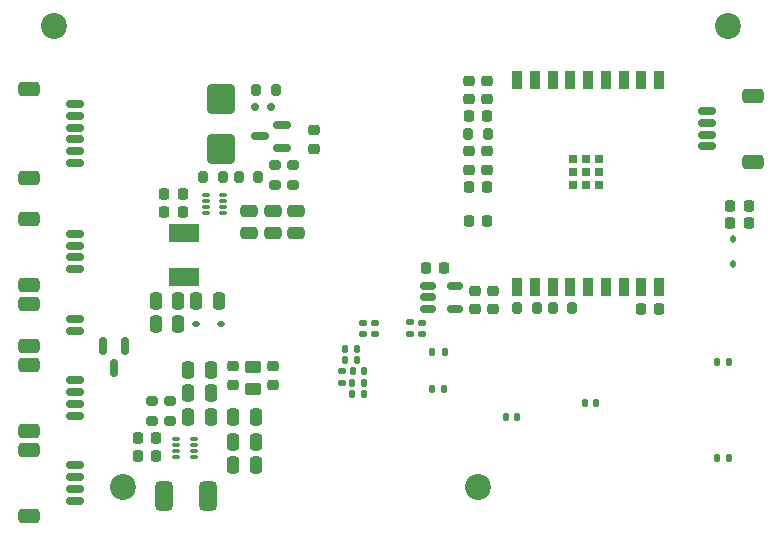
<source format=gbp>
G04 #@! TF.GenerationSoftware,KiCad,Pcbnew,8.0.7*
G04 #@! TF.CreationDate,2025-12-07T18:06:09-08:00*
G04 #@! TF.ProjectId,Pivot_Base,5069766f-745f-4426-9173-652e6b696361,rev?*
G04 #@! TF.SameCoordinates,Original*
G04 #@! TF.FileFunction,Paste,Bot*
G04 #@! TF.FilePolarity,Positive*
%FSLAX46Y46*%
G04 Gerber Fmt 4.6, Leading zero omitted, Abs format (unit mm)*
G04 Created by KiCad (PCBNEW 8.0.7) date 2025-12-07 18:06:09*
%MOMM*%
%LPD*%
G01*
G04 APERTURE LIST*
G04 Aperture macros list*
%AMRoundRect*
0 Rectangle with rounded corners*
0 $1 Rounding radius*
0 $2 $3 $4 $5 $6 $7 $8 $9 X,Y pos of 4 corners*
0 Add a 4 corners polygon primitive as box body*
4,1,4,$2,$3,$4,$5,$6,$7,$8,$9,$2,$3,0*
0 Add four circle primitives for the rounded corners*
1,1,$1+$1,$2,$3*
1,1,$1+$1,$4,$5*
1,1,$1+$1,$6,$7*
1,1,$1+$1,$8,$9*
0 Add four rect primitives between the rounded corners*
20,1,$1+$1,$2,$3,$4,$5,0*
20,1,$1+$1,$4,$5,$6,$7,0*
20,1,$1+$1,$6,$7,$8,$9,0*
20,1,$1+$1,$8,$9,$2,$3,0*%
G04 Aperture macros list end*
%ADD10RoundRect,0.150000X0.587500X0.150000X-0.587500X0.150000X-0.587500X-0.150000X0.587500X-0.150000X0*%
%ADD11C,2.200000*%
%ADD12RoundRect,0.250000X0.250000X0.475000X-0.250000X0.475000X-0.250000X-0.475000X0.250000X-0.475000X0*%
%ADD13RoundRect,0.135000X-0.185000X0.135000X-0.185000X-0.135000X0.185000X-0.135000X0.185000X0.135000X0*%
%ADD14RoundRect,0.135000X0.135000X0.185000X-0.135000X0.185000X-0.135000X-0.185000X0.135000X-0.185000X0*%
%ADD15RoundRect,0.225000X0.225000X0.250000X-0.225000X0.250000X-0.225000X-0.250000X0.225000X-0.250000X0*%
%ADD16RoundRect,0.150000X-0.625000X0.150000X-0.625000X-0.150000X0.625000X-0.150000X0.625000X0.150000X0*%
%ADD17RoundRect,0.250000X-0.650000X0.350000X-0.650000X-0.350000X0.650000X-0.350000X0.650000X0.350000X0*%
%ADD18RoundRect,0.200000X-0.200000X-0.275000X0.200000X-0.275000X0.200000X0.275000X-0.200000X0.275000X0*%
%ADD19RoundRect,0.250000X0.450000X-0.262500X0.450000X0.262500X-0.450000X0.262500X-0.450000X-0.262500X0*%
%ADD20RoundRect,0.200000X-0.275000X0.200000X-0.275000X-0.200000X0.275000X-0.200000X0.275000X0.200000X0*%
%ADD21RoundRect,0.150000X0.625000X-0.150000X0.625000X0.150000X-0.625000X0.150000X-0.625000X-0.150000X0*%
%ADD22RoundRect,0.250000X0.650000X-0.350000X0.650000X0.350000X-0.650000X0.350000X-0.650000X-0.350000X0*%
%ADD23RoundRect,0.140000X-0.170000X0.140000X-0.170000X-0.140000X0.170000X-0.140000X0.170000X0.140000X0*%
%ADD24RoundRect,0.050000X0.285000X0.100000X-0.285000X0.100000X-0.285000X-0.100000X0.285000X-0.100000X0*%
%ADD25RoundRect,0.112500X0.187500X0.112500X-0.187500X0.112500X-0.187500X-0.112500X0.187500X-0.112500X0*%
%ADD26RoundRect,0.140000X-0.140000X-0.170000X0.140000X-0.170000X0.140000X0.170000X-0.140000X0.170000X0*%
%ADD27RoundRect,0.250000X-0.475000X0.250000X-0.475000X-0.250000X0.475000X-0.250000X0.475000X0.250000X0*%
%ADD28RoundRect,0.225000X0.250000X-0.225000X0.250000X0.225000X-0.250000X0.225000X-0.250000X-0.225000X0*%
%ADD29RoundRect,0.112500X0.112500X-0.187500X0.112500X0.187500X-0.112500X0.187500X-0.112500X-0.187500X0*%
%ADD30RoundRect,0.225000X-0.225000X-0.250000X0.225000X-0.250000X0.225000X0.250000X-0.225000X0.250000X0*%
%ADD31RoundRect,0.140000X0.140000X0.170000X-0.140000X0.170000X-0.140000X-0.170000X0.140000X-0.170000X0*%
%ADD32RoundRect,0.150000X-0.512500X-0.150000X0.512500X-0.150000X0.512500X0.150000X-0.512500X0.150000X0*%
%ADD33RoundRect,0.225000X-0.250000X0.225000X-0.250000X-0.225000X0.250000X-0.225000X0.250000X0.225000X0*%
%ADD34RoundRect,0.200000X0.275000X-0.200000X0.275000X0.200000X-0.275000X0.200000X-0.275000X-0.200000X0*%
%ADD35RoundRect,0.135000X-0.135000X-0.185000X0.135000X-0.185000X0.135000X0.185000X-0.135000X0.185000X0*%
%ADD36RoundRect,0.150000X-0.150000X-0.200000X0.150000X-0.200000X0.150000X0.200000X-0.150000X0.200000X0*%
%ADD37R,0.900000X1.500000*%
%ADD38R,0.700000X0.700000*%
%ADD39RoundRect,0.200000X0.200000X0.275000X-0.200000X0.275000X-0.200000X-0.275000X0.200000X-0.275000X0*%
%ADD40RoundRect,0.250000X-0.900000X1.000000X-0.900000X-1.000000X0.900000X-1.000000X0.900000X1.000000X0*%
%ADD41RoundRect,0.250000X-0.250000X-0.475000X0.250000X-0.475000X0.250000X0.475000X-0.250000X0.475000X0*%
%ADD42RoundRect,0.150000X-0.150000X0.587500X-0.150000X-0.587500X0.150000X-0.587500X0.150000X0.587500X0*%
%ADD43R,2.500000X1.500000*%
%ADD44RoundRect,0.375000X-0.375000X-0.875000X0.375000X-0.875000X0.375000X0.875000X-0.375000X0.875000X0*%
G04 APERTURE END LIST*
D10*
X169900000Y-111850000D03*
X171775000Y-110900000D03*
X171775000Y-112800000D03*
D11*
X209500000Y-102500000D03*
X152500000Y-102500000D03*
D12*
X169550000Y-139700000D03*
X167650000Y-139700000D03*
D13*
X176825000Y-131740000D03*
X176825000Y-132760000D03*
D14*
X209630000Y-139090000D03*
X208610000Y-139090000D03*
D15*
X189125000Y-110150000D03*
X187575000Y-110150000D03*
D16*
X207750000Y-109700000D03*
X207750000Y-110700000D03*
X207750000Y-111700000D03*
X207750000Y-112700000D03*
D17*
X211625000Y-108400000D03*
X211625000Y-114000000D03*
D18*
X168125000Y-115250000D03*
X169775000Y-115250000D03*
D13*
X182650000Y-127600000D03*
X182650000Y-128620000D03*
D19*
X169300000Y-133212500D03*
X169300000Y-131387500D03*
D15*
X161100000Y-138900000D03*
X159550000Y-138900000D03*
D20*
X171200000Y-114275000D03*
X171200000Y-115925000D03*
D21*
X154250000Y-123100000D03*
X154250000Y-122100000D03*
X154250000Y-121100000D03*
X154250000Y-120100000D03*
D22*
X150375000Y-124400000D03*
X150375000Y-118800000D03*
D23*
X183600000Y-127645000D03*
X183600000Y-128605000D03*
D18*
X165125000Y-115250000D03*
X166775000Y-115250000D03*
D24*
X166800000Y-116850000D03*
X166800000Y-117350000D03*
X166800000Y-117850000D03*
X166800000Y-118350000D03*
X165320000Y-118350000D03*
X165320000Y-117850000D03*
X165320000Y-117350000D03*
X165320000Y-116850000D03*
D25*
X166600000Y-127750000D03*
X164500000Y-127750000D03*
D26*
X177779000Y-131750000D03*
X178739000Y-131750000D03*
D27*
X169000000Y-118150000D03*
X169000000Y-120050000D03*
D28*
X171000000Y-132875000D03*
X171000000Y-131325000D03*
D23*
X178667500Y-127625000D03*
X178667500Y-128585000D03*
D18*
X194700000Y-126400000D03*
X196350000Y-126400000D03*
D29*
X210000000Y-122650000D03*
X210000000Y-120550000D03*
D30*
X187575000Y-118975000D03*
X189125000Y-118975000D03*
D14*
X185535000Y-130075000D03*
X184515000Y-130075000D03*
D21*
X154250000Y-142700000D03*
X154250000Y-141700000D03*
X154250000Y-140700000D03*
X154250000Y-139700000D03*
D22*
X150375000Y-144000000D03*
X150375000Y-138400000D03*
D31*
X185467500Y-133275000D03*
X184507500Y-133275000D03*
D32*
X184175000Y-126425000D03*
X184175000Y-125475000D03*
X184175000Y-124525000D03*
X186450000Y-124525000D03*
X186450000Y-126425000D03*
D31*
X191670000Y-135640000D03*
X190710000Y-135640000D03*
D24*
X164300000Y-137500000D03*
X164300000Y-138000000D03*
X164300000Y-138500000D03*
X164300000Y-139000000D03*
X162820000Y-139000000D03*
X162820000Y-138500000D03*
X162820000Y-138000000D03*
X162820000Y-137500000D03*
D33*
X187600000Y-107125000D03*
X187600000Y-108675000D03*
D26*
X197420000Y-134400000D03*
X198380000Y-134400000D03*
D34*
X162300000Y-135925000D03*
X162300000Y-134275000D03*
D15*
X203700000Y-126475000D03*
X202150000Y-126475000D03*
D14*
X178749000Y-132700000D03*
X177729000Y-132700000D03*
D12*
X163000000Y-125750000D03*
X161100000Y-125750000D03*
D33*
X174500000Y-111325000D03*
X174500000Y-112875000D03*
D35*
X177129000Y-130795000D03*
X178149000Y-130795000D03*
D33*
X189100000Y-113125000D03*
X189100000Y-114675000D03*
D36*
X170875000Y-109400000D03*
X169475000Y-109400000D03*
D33*
X167600000Y-131325000D03*
X167600000Y-132875000D03*
D37*
X203700000Y-107110000D03*
X202200000Y-107110000D03*
X200700000Y-107110000D03*
X199200000Y-107110000D03*
X197700000Y-107110000D03*
X196200000Y-107110000D03*
X194700000Y-107110000D03*
X193200000Y-107110000D03*
X191700000Y-107110000D03*
X191700000Y-124610000D03*
X193200000Y-124610000D03*
X194700000Y-124610000D03*
X196200000Y-124610000D03*
X197700000Y-124610000D03*
X199200000Y-124610000D03*
X200700000Y-124610000D03*
X202200000Y-124610000D03*
X203700000Y-124610000D03*
D38*
X198600000Y-113800000D03*
X197500000Y-113800000D03*
X196400000Y-113800000D03*
X198600000Y-114900000D03*
X197500000Y-114900000D03*
X196400000Y-114900000D03*
X198600000Y-116000000D03*
X197500000Y-116000000D03*
X196400000Y-116000000D03*
D30*
X209725000Y-117700000D03*
X211275000Y-117700000D03*
D20*
X160800000Y-134275000D03*
X160800000Y-135925000D03*
D15*
X163375000Y-118250000D03*
X161825000Y-118250000D03*
D39*
X193350000Y-126400000D03*
X191700000Y-126400000D03*
D40*
X166600000Y-108650000D03*
X166600000Y-112950000D03*
D15*
X189125000Y-116125000D03*
X187575000Y-116125000D03*
D27*
X171000000Y-118150000D03*
X171000000Y-120050000D03*
D41*
X164500000Y-125750000D03*
X166400000Y-125750000D03*
D30*
X209725000Y-119200000D03*
X211275000Y-119200000D03*
D21*
X154250000Y-128300000D03*
X154250000Y-127300000D03*
D22*
X150375000Y-129600000D03*
X150375000Y-126000000D03*
D12*
X163000000Y-127750000D03*
X161100000Y-127750000D03*
D15*
X161100000Y-137400000D03*
X159550000Y-137400000D03*
D21*
X154250000Y-114100000D03*
X154250000Y-113100000D03*
X154250000Y-112100000D03*
X154250000Y-111100000D03*
X154250000Y-110100000D03*
X154250000Y-109100000D03*
D22*
X150375000Y-115400000D03*
X150375000Y-107800000D03*
D12*
X165750000Y-133600000D03*
X163850000Y-133600000D03*
X169550000Y-135600000D03*
X167650000Y-135600000D03*
D42*
X156587500Y-129600000D03*
X158487500Y-129600000D03*
X157537500Y-131475000D03*
D28*
X189650000Y-126500000D03*
X189650000Y-124950000D03*
X187600000Y-114675000D03*
X187600000Y-113125000D03*
D14*
X209630000Y-130920000D03*
X208610000Y-130920000D03*
D39*
X189175000Y-111650000D03*
X187525000Y-111650000D03*
D34*
X172700000Y-115925000D03*
X172700000Y-114275000D03*
D23*
X179617500Y-127625000D03*
X179617500Y-128585000D03*
D35*
X177129293Y-129854293D03*
X178149293Y-129854293D03*
D28*
X188150000Y-126500000D03*
X188150000Y-124950000D03*
D43*
X163450000Y-120050000D03*
X163450000Y-123750000D03*
D14*
X178750000Y-133650000D03*
X177730000Y-133650000D03*
D27*
X173000000Y-118150000D03*
X173000000Y-120050000D03*
D21*
X154250000Y-135500000D03*
X154250000Y-134500000D03*
X154250000Y-133500000D03*
X154250000Y-132500000D03*
D22*
X150375000Y-136800000D03*
X150375000Y-131200000D03*
D39*
X171225000Y-107925000D03*
X169575000Y-107925000D03*
D44*
X161800000Y-142300000D03*
X165500000Y-142300000D03*
D15*
X163375000Y-116750000D03*
X161825000Y-116750000D03*
D12*
X169550000Y-137700000D03*
X167650000Y-137700000D03*
D30*
X183975000Y-123000000D03*
X185525000Y-123000000D03*
D28*
X189100000Y-108675000D03*
X189100000Y-107125000D03*
D12*
X165750000Y-131600000D03*
X163850000Y-131600000D03*
X165750000Y-135600000D03*
X163850000Y-135600000D03*
D11*
X158350000Y-141500000D03*
X188350000Y-141500000D03*
M02*

</source>
